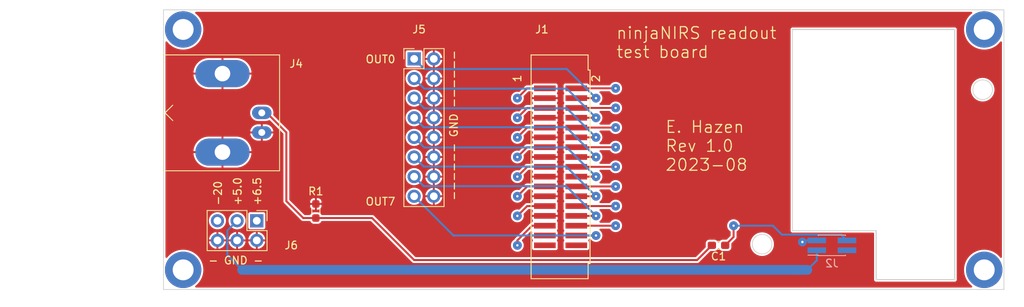
<source format=kicad_pcb>
(kicad_pcb (version 20221018) (generator pcbnew)
  (layers (0 "F.Cu" signal) (1 "In1.Cu" signal) (2 "In2.Cu" signal) (31 "B.Cu" signal) (34 "B.Paste" user) (35 "F.Paste" user) (36 "B.SilkS" user "B.Silkscreen") (37 "F.SilkS" user "F.Silkscreen") (38 "B.Mask" user) (39 "F.Mask" user) (44 "Edge.Cuts" user))
  (net 0 "")
  (net 1 "Net-(J2-Pin_4)")
  (net 2 "Net-(J4-In)")
  (net 3 "/+6.5V")
  (net 4 "/-20V")
  (net 5 "GND")
  (net 6 "/OUT_0")
  (net 7 "/OUT_1")
  (net 8 "/OUT_2")
  (net 9 "/OUT_3")
  (net 10 "/OUT_4")
  (net 11 "/OUT_5")
  (net 12 "/OUT_6")
  (net 13 "/OUT_7")
  (net 16 "/+5V")
  (footprint "MountingHole:MountingHole_2.7mm_M2.5_DIN965_Pad" (layer "F.Cu") (at 172.085 53.975)
    (fp_text reference "H4" hide)
    (fp_text value "MountingHole")
    (pad "1" thru_hole circle (at 0 0) (size 4.7 4.7) (drill 2.7) (layers "*.Cu" "*.Mask"))
  )
  (footprint "Connector_PinHeader_2.54mm:PinHeader_2x08_P2.54mm_Vertical" (layer "F.Cu") (at 98.425 26.67)
    (fp_text reference "J5" (at 0.635 -3.81) (layer "F.SilkS"))
    (fp_text value "Conn_02x08_Odd_Even")
    (fp_line (start -1.33 -1.33) (end 0 -1.33) (stroke (width 0.12)) (layer "F.SilkS"))
    (fp_line (start -1.33 0) (end -1.33 -1.33) (stroke (width 0.12)) (layer "F.SilkS"))
    (fp_line (start -1.33 1.27) (end -1.33 19.11) (stroke (width 0.12)) (layer "F.SilkS"))
    (fp_line (start -1.33 1.27) (end 1.27 1.27) (stroke (width 0.12)) (layer "F.SilkS"))
    (fp_line (start -1.33 19.11) (end 3.87 19.11) (stroke (width 0.12)) (layer "F.SilkS"))
    (fp_line (start 1.27 -1.33) (end 3.87 -1.33) (stroke (width 0.12)) (layer "F.SilkS"))
    (fp_line (start 1.27 1.27) (end 1.27 -1.33) (stroke (width 0.12)) (layer "F.SilkS"))
    (fp_line (start 3.87 -1.33) (end 3.87 19.11) (stroke (width 0.12)) (layer "F.SilkS"))
    (pad "1" thru_hole rect (at 0 0) (size 1.7 1.7) (drill 1) (layers "*.Cu" "*.Mask") (net 6 "/OUT_0"))
    (pad "2" thru_hole oval (at 2.54 0) (size 1.7 1.7) (drill 1) (layers "*.Cu" "*.Mask") (net 5 "GND"))
    (pad "3" thru_hole oval (at 0 2.54) (size 1.7 1.7) (drill 1) (layers "*.Cu" "*.Mask") (net 7 "/OUT_1"))
    (pad "4" thru_hole oval (at 2.54 2.54) (size 1.7 1.7) (drill 1) (layers "*.Cu" "*.Mask") (net 5 "GND"))
    (pad "5" thru_hole oval (at 0 5.08) (size 1.7 1.7) (drill 1) (layers "*.Cu" "*.Mask") (net 8 "/OUT_2"))
    (pad "6" thru_hole oval (at 2.54 5.08) (size 1.7 1.7) (drill 1) (layers "*.Cu" "*.Mask") (net 5 "GND"))
    (pad "7" thru_hole oval (at 0 7.62) (size 1.7 1.7) (drill 1) (layers "*.Cu" "*.Mask") (net 9 "/OUT_3"))
    (pad "8" thru_hole oval (at 2.54 7.62) (size 1.7 1.7) (drill 1) (layers "*.Cu" "*.Mask") (net 5 "GND"))
    (pad "9" thru_hole oval (at 0 10.16) (size 1.7 1.7) (drill 1) (layers "*.Cu" "*.Mask") (net 10 "/OUT_4"))
    (pad "10" thru_hole oval (at 2.54 10.16) (size 1.7 1.7) (drill 1) (layers "*.Cu" "*.Mask") (net 5 "GND"))
    (pad "11" thru_hole oval (at 0 12.7) (size 1.7 1.7) (drill 1) (layers "*.Cu" "*.Mask") (net 11 "/OUT_5"))
    (pad "12" thru_hole oval (at 2.54 12.7) (size 1.7 1.7) (drill 1) (layers "*.Cu" "*.Mask") (net 5 "GND"))
    (pad "13" thru_hole oval (at 0 15.24) (size 1.7 1.7) (drill 1) (layers "*.Cu" "*.Mask") (net 12 "/OUT_6"))
    (pad "14" thru_hole oval (at 2.54 15.24) (size 1.7 1.7) (drill 1) (layers "*.Cu" "*.Mask") (net 5 "GND"))
    (pad "15" thru_hole oval (at 0 17.78) (size 1.7 1.7) (drill 1) (layers "*.Cu" "*.Mask") (net 13 "/OUT_7"))
    (pad "16" thru_hole oval (at 2.54 17.78) (size 1.7 1.7) (drill 1) (layers "*.Cu" "*.Mask") (net 5 "GND"))
  )
  (footprint "Resistor_SMD:R_0603_1608Metric_Pad0.98x0.95mm_HandSolder" (layer "F.Cu") (at 85.725 46.355 90)
    (fp_text reference "R1" (at 2.54 0 180) (layer "F.SilkS"))
    (fp_text value "R_US")
    (fp_line (start -0.254724 -0.5225) (end 0.254724 -0.5225) (stroke (width 0.12)) (layer "F.SilkS"))
    (fp_line (start -0.254724 0.5225) (end 0.254724 0.5225) (stroke (width 0.12)) (layer "F.SilkS"))
    (pad "1" smd roundrect (at -0.9125 0 90) (size 0.975 0.95) (layers "F.Cu" "F.Paste" "F.Mask") (net 2 "Net-(J4-In)"))
    (pad "2" smd roundrect (at 0.9125 0 90) (size 0.975 0.95) (layers "F.Cu" "F.Paste" "F.Mask") (net 5 "GND"))
  )
  (footprint "samtec:SHF-117-01-X-D-SM" (layer "F.Cu") (at 117.348 40.64 -90)
    (fp_text reference "J1" (at -17.78 2.413 -180) (layer "F.SilkS") (effects (font (size 1.001087 1.001087))))
    (fp_text value "Conn_02x17_Odd_Even")
    (fp_text user "2" (at -11.4316 -4.57263 90) (layer "F.SilkS") (effects (font (size 1.000142 1.000142))))
    (fp_text user "1" (at -11.4333 5.58962 90) (layer "F.SilkS") (effects (font (size 1.000291 1.000291))))
    (fp_line (start -14.478 -3.556) (end -12.5222 -3.556) (stroke (width 0.127)) (layer "F.SilkS"))
    (fp_line (start -14.478 3.81) (end -14.478 -3.556) (stroke (width 0.127)) (layer "F.SilkS"))
    (fp_line (start -12.5222 -3.81) (end 12.5222 -3.81) (stroke (width 0.127)) (layer "F.SilkS"))
    (fp_line (start -12.5222 -3.556) (end -12.5222 -3.81) (stroke (width 0.127)) (layer "F.SilkS"))
    (fp_line (start 12.5222 -3.81) (end 12.5222 -3.556) (stroke (width 0.127)) (layer "F.SilkS"))
    (fp_line (start 12.5222 -3.556) (end 14.478 -3.556) (stroke (width 0.127)) (layer "F.SilkS"))
    (fp_line (start 14.478 -3.556) (end 14.478 3.81) (stroke (width 0.127)) (layer "F.SilkS"))
    (fp_line (start 14.478 3.81) (end -14.478 3.81) (stroke (width 0.127)) (layer "F.SilkS"))
    (pad "1" smd rect (at -10.16 2.032 270) (size 0.7366 2.794) (layers "F.Cu" "F.Paste" "F.Mask") (net 3 "/+6.5V"))
    (pad "2" smd rect (at -10.16 -2.032 270) (size 0.7366 2.794) (layers "F.Cu" "F.Paste" "F.Mask") (net 4 "/-20V"))
    (pad "3" smd rect (at -8.89 2.032 270) (size 0.7366 2.794) (layers "F.Cu" "F.Paste" "F.Mask") (net 5 "GND"))
    (pad "4" smd rect (at -8.89 -2.032 270) (size 0.7366 2.794) (layers "F.Cu" "F.Paste" "F.Mask") (net 6 "/OUT_0"))
    (pad "5" smd rect (at -7.62 2.032 270) (size 0.7366 2.794) (layers "F.Cu" "F.Paste" "F.Mask") (net 3 "/+6.5V"))
    (pad "6" smd rect (at -7.62 -2.032 270) (size 0.7366 2.794) (layers "F.Cu" "F.Paste" "F.Mask") (net 4 "/-20V"))
    (pad "7" smd rect (at -6.35 2.032 270) (size 0.7366 2.794) (layers "F.Cu" "F.Paste" "F.Mask") (net 5 "GND"))
    (pad "8" smd rect (at -6.35 -2.032 270) (size 0.7366 2.794) (layers "F.Cu" "F.Paste" "F.Mask") (net 7 "/OUT_1"))
    (pad "9" smd rect (at -5.08 2.032 270) (size 0.7366 2.794) (layers "F.Cu" "F.Paste" "F.Mask") (net 3 "/+6.5V"))
    (pad "10" smd rect (at -5.08 -2.032 270) (size 0.7366 2.794) (layers "F.Cu" "F.Paste" "F.Mask") (net 4 "/-20V"))
    (pad "11" smd rect (at -3.81 2.032 270) (size 0.7366 2.794) (layers "F.Cu" "F.Paste" "F.Mask") (net 5 "GND"))
    (pad "12" smd rect (at -3.81 -2.032 270) (size 0.7366 2.794) (layers "F.Cu" "F.Paste" "F.Mask") (net 8 "/OUT_2"))
    (pad "13" smd rect (at -2.54 2.032 270) (size 0.7366 2.794) (layers "F.Cu" "F.Paste" "F.Mask") (net 3 "/+6.5V"))
    (pad "14" smd rect (at -2.54 -2.032 270) (size 0.7366 2.794) (layers "F.Cu" "F.Paste" "F.Mask") (net 4 "/-20V"))
    (pad "15" smd rect (at -1.27 2.032 270) (size 0.7366 2.794) (layers "F.Cu" "F.Paste" "F.Mask") (net 5 "GND"))
    (pad "16" smd rect (at -1.27 -2.032 270) (size 0.7366 2.794) (layers "F.Cu" "F.Paste" "F.Mask") (net 9 "/OUT_3"))
    (pad "17" smd rect (at 0 2.032 270) (size 0.7366 2.794) (layers "F.Cu" "F.Paste" "F.Mask") (net 3 "/+6.5V"))
    (pad "18" smd rect (at 0 -2.032 270) (size 0.7366 2.794) (layers "F.Cu" "F.Paste" "F.Mask") (net 4 "/-20V"))
    (pad "19" smd rect (at 1.27 2.032 270) (size 0.7366 2.794) (layers "F.Cu" "F.Paste" "F.Mask") (net 5 "GND"))
    (pad "20" smd rect (at 1.27 -2.032 270) (size 0.7366 2.794) (layers "F.Cu" "F.Paste" "F.Mask") (net 10 "/OUT_4"))
    (pad "21" smd rect (at 2.54 2.032 270) (size 0.7366 2.794) (layers "F.Cu" "F.Paste" "F.Mask") (net 3 "/+6.5V"))
    (pad "22" smd rect (at 2.54 -2.032 270) (size 0.7366 2.794) (layers "F.Cu" "F.Paste" "F.Mask") (net 4 "/-20V"))
    (pad "23" smd rect (at 3.81 2.032 270) (size 0.7366 2.794) (layers "F.Cu" "F.Paste" "F.Mask") (net 5 "GND"))
    (pad "24" smd rect (at 3.81 -2.032 270) (size 0.7366 2.794) (layers "F.Cu" "F.Paste" "F.Mask") (net 11 "/OUT_5"))
    (pad "25" smd rect (at 5.08 2.032 270) (size 0.7366 2.794) (layers "F.Cu" "F.Paste" "F.Mask") (net 3 "/+6.5V"))
    (pad "26" smd rect (at 5.08 -2.032 270) (size 0.7366 2.794) (layers "F.Cu" "F.Paste" "F.Mask") (net 4 "/-20V"))
    (pad "27" smd rect (at 6.35 2.032 270) (size 0.7366 2.794) (layers "F.Cu" "F.Paste" "F.Mask") (net 5 "GND"))
    (pad "28" smd rect (at 6.35 -2.032 270) (size 0.7366 2.794) (layers "F.Cu" "F.Paste" "F.Mask") (net 12 "/OUT_6"))
    (pad "29" smd rect (at 7.62 2.032 270) (size 0.7366 2.794) (layers "F.Cu" "F.Paste" "F.Mask") (net 3 "/+6.5V"))
    (pad "30" smd rect (at 7.62 -2.032 270) (size 0.7366 2.794) (layers "F.Cu" "F.Paste" "F.Mask") (net 4 "/-20V"))
    (pad "31" smd rect (at 8.89 2.032 270) (size 0.7366 2.794) (layers "F.Cu" "F.Paste" "F.Mask") (net 5 "GND"))
    (pad "32" smd rect (at 8.89 -2.032 270) (size 0.7366 2.794) (layers "F.Cu" "F.Paste" "F.Mask") (net 13 "/OUT_7"))
    (pad "33" smd rect (at 10.16 2.032 270) (size 0.7366 2.794) (layers "F.Cu" "F.Paste" "F.Mask"))
    (pad "34" smd rect (at 10.16 -2.032 270) (size 0.7366 2.794) (layers "F.Cu" "F.Paste" "F.Mask"))
  )
  (footprint "Connector_PinHeader_2.54mm:PinHeader_2x03_P2.54mm_Vertical" (layer "F.Cu") (at 78.09 47.62 -90)
    (fp_text reference "J6" (at 3.18 -4.46 -180) (layer "F.SilkS"))
    (fp_text value "Conn_02x03_Odd_Even")
    (fp_line (start -1.33 -1.33) (end 0 -1.33) (stroke (width 0.12)) (layer "F.SilkS"))
    (fp_line (start -1.33 0) (end -1.33 -1.33) (stroke (width 0.12)) (layer "F.SilkS"))
    (fp_line (start -1.33 1.27) (end -1.33 6.41) (stroke (width 0.12)) (layer "F.SilkS"))
    (fp_line (start -1.33 1.27) (end 1.27 1.27) (stroke (width 0.12)) (layer "F.SilkS"))
    (fp_line (start -1.33 6.41) (end 3.87 6.41) (stroke (width 0.12)) (layer "F.SilkS"))
    (fp_line (start 1.27 -1.33) (end 3.87 -1.33) (stroke (width 0.12)) (layer "F.SilkS"))
    (fp_line (start 1.27 1.27) (end 1.27 -1.33) (stroke (width 0.12)) (layer "F.SilkS"))
    (fp_line (start 3.87 -1.33) (end 3.87 6.41) (stroke (width 0.12)) (layer "F.SilkS"))
    (pad "1" thru_hole rect (at 0 0 270) (size 1.7 1.7) (drill 1) (layers "*.Cu" "*.Mask") (net 3 "/+6.5V"))
    (pad "2" thru_hole oval (at 2.54 0 270) (size 1.7 1.7) (drill 1) (layers "*.Cu" "*.Mask") (net 5 "GND"))
    (pad "3" thru_hole oval (at 0 2.54 270) (size 1.7 1.7) (drill 1) (layers "*.Cu" "*.Mask") (net 16 "/+5V"))
    (pad "4" thru_hole oval (at 2.54 2.54 270) (size 1.7 1.7) (drill 1) (layers "*.Cu" "*.Mask") (net 5 "GND"))
    (pad "5" thru_hole oval (at 0 5.08 270) (size 1.7 1.7) (drill 1) (layers "*.Cu" "*.Mask") (net 4 "/-20V"))
    (pad "6" thru_hole oval (at 2.54 5.08 270) (size 1.7 1.7) (drill 1) (layers "*.Cu" "*.Mask") (net 5 "GND"))
  )
  (footprint "MountingHole:MountingHole_2.7mm_M2.5_DIN965_Pad" (layer "F.Cu") (at 68.58 53.975)
    (fp_text reference "H3" hide)
    (fp_text value "MountingHole")
    (pad "1" thru_hole circle (at 0 0) (size 4.7 4.7) (drill 2.7) (layers "*.Cu" "*.Mask"))
  )
  (footprint "MountingHole:MountingHole_2.7mm_M2.5_DIN965_Pad" (layer "F.Cu") (at 68.58 22.86)
    (fp_text reference "H1" hide)
    (fp_text value "MountingHole")
    (pad "1" thru_hole circle (at 0 0) (size 4.7 4.7) (drill 2.7) (layers "*.Cu" "*.Mask"))
  )
  (footprint "MountingHole:MountingHole_2.7mm_M2.5_DIN965_Pad" (layer "F.Cu") (at 172.085 22.86)
    (fp_text reference "H2" hide)
    (fp_text value "MountingHole")
    (pad "1" thru_hole circle (at 0 0) (size 4.7 4.7) (drill 2.7) (layers "*.Cu" "*.Mask"))
  )
  (footprint "Capacitor_SMD:C_0603_1608Metric_Pad1.08x0.95mm_HandSolder" (layer "F.Cu") (at 137.755 50.8 180)
    (fp_text reference "C1" (at 0 -1.43 180) (layer "F.SilkS"))
    (fp_text value "10pF")
    (fp_line (start -0.146267 -0.51) (end 0.146267 -0.51) (stroke (width 0.12)) (layer "F.SilkS"))
    (fp_line (start -0.146267 0.51) (end 0.146267 0.51) (stroke (width 0.12)) (layer "F.SilkS"))
    (pad "1" smd roundrect (at -0.8625 0 180) (size 1.075 0.95) (layers "F.Cu" "F.Paste" "F.Mask") (net 1 "Net-(J2-Pin_4)"))
    (pad "2" smd roundrect (at 0.8625 0 180) (size 1.075 0.95) (layers "F.Cu" "F.Paste" "F.Mask") (net 2 "Net-(J4-In)"))
  )
  (footprint "BNC:BNC_Amphenol_B6252HB-NPP3G-50_Horizontal" (layer "F.Cu") (at 78.74 33.655 90)
    (fp_text reference "J4" (at 6.35 4.445 180) (layer "F.SilkS"))
    (fp_text value "Conn_Coaxial")
    (fp_line (start -7.5 -12.7) (end 7.5 -12.7) (stroke (width 0.12)) (layer "F.SilkS"))
    (fp_line (start -7.5 2.3) (end -7.5 -12.7) (stroke (width 0.12)) (layer "F.SilkS"))
    (fp_line (start 0 -12.5) (end -1 -11.5) (stroke (width 0.12)) (layer "F.SilkS"))
    (fp_line (start 0 -12.5) (end 1 -11.5) (stroke (width 0.12)) (layer "F.SilkS"))
    (fp_line (start 7.5 -12.7) (end 7.5 2.3) (stroke (width 0.12)) (layer "F.SilkS"))
    (fp_line (start 7.5 2.3) (end -7.5 2.3) (stroke (width 0.12)) (layer "F.SilkS"))
    (pad "1" thru_hole oval (at 0 0 90) (size 1.6 2.5) (drill 0.89) (layers "*.Cu" "*.Mask") (net 2 "Net-(J4-In)"))
    (pad "2" thru_hole oval (at -5.08 -5.08 90) (size 3.5 7) (drill 2.01) (layers "*.Cu" "*.Mask") (net 5 "GND"))
    (pad "2" thru_hole oval (at -2.54 0 90) (size 1.6 2.5) (drill 0.89) (layers "*.Cu" "*.Mask") (net 5 "GND"))
    (pad "2" thru_hole oval (at 5.08 -5.08 90) (size 3.5 7) (drill 2.01) (layers "*.Cu" "*.Mask") (net 5 "GND"))
  )
  (footprint "Connector_PinHeader_1.27mm:PinHeader_2x02_P1.27mm_Vertical_SMD" (layer "B.Cu") (at 152.4 50.8)
    (fp_text reference "J2" (at 0 2.33) (layer "B.SilkS") (effects (justify mirror)))
    (fp_text value "Conn_02x02_Odd_Even")
    (fp_line (start -3.09 1.265) (end -1.765 1.265) (stroke (width 0.12)) (layer "B.SilkS"))
    (fp_line (start -1.765 -1.33) (end 1.765 -1.33) (stroke (width 0.12)) (layer "B.SilkS"))
    (fp_line (start -1.765 -1.265) (end -1.765 -1.33) (stroke (width 0.12)) (layer "B.SilkS"))
    (fp_line (start -1.765 1.33) (end -1.765 1.265) (stroke (width 0.12)) (layer "B.SilkS"))
    (fp_line (start -1.765 1.33) (end 1.765 1.33) (stroke (width 0.12)) (layer "B.SilkS"))
    (fp_line (start 1.765 -1.265) (end 1.765 -1.33) (stroke (width 0.12)) (layer "B.SilkS"))
    (fp_line (start 1.765 1.33) (end 1.765 1.265) (stroke (width 0.12)) (layer "B.SilkS"))
    (pad "1" smd rect (at -1.95 0.635) (size 2.4 0.74) (layers "B.Cu" "B.Paste" "B.Mask") (net 16 "/+5V"))
    (pad "2" smd rect (at 1.95 0.635) (size 2.4 0.74) (layers "B.Cu" "B.Paste" "B.Mask"))
    (pad "3" smd rect (at -1.95 -0.635) (size 2.4 0.74) (layers "B.Cu" "B.Paste" "B.Mask") (net 5 "GND"))
    (pad "4" smd rect (at 1.95 -0.635) (size 2.4 0.74) (layers "B.Cu" "B.Paste" "B.Mask") (net 1 "Net-(J2-Pin_4)"))
  )
  (gr_line (start 147.32 22.86) (end 168.275 22.86) (stroke (width 0.15)) (layer "Edge.Cuts"))
  (gr_line (start 66.04 56.515) (end 66.04 20.32) (stroke (width 0.1)) (layer "Edge.Cuts"))
  (gr_line (start 174.625 56.515) (end 66.04 56.515) (stroke (width 0.1)) (layer "Edge.Cuts"))
  (gr_line (start 168.275 55.245) (end 158.115 55.245) (stroke (width 0.15)) (layer "Edge.Cuts"))
  (gr_line (start 158.115 48.895) (end 147.32 48.895) (stroke (width 0.1)) (layer "Edge.Cuts"))
  (gr_circle (center 143.383 50.6476) (end 144.653 50.6476) (stroke (width 0.1)) (fill none) (layer "Edge.Cuts"))
  (gr_line (start 158.115 55.245) (end 158.115 48.895) (stroke (width 0.15)) (layer "Edge.Cuts"))
  (gr_line (start 66.04 20.32) (end 174.625 20.32) (stroke (width 0.1)) (layer "Edge.Cuts"))
  (gr_line (start 147.32 48.895) (end 147.32 22.86) (stroke (width 0.1)) (layer "Edge.Cuts"))
  (gr_line (start 174.625 20.32) (end 174.625 56.515) (stroke (width 0.1)) (layer "Edge.Cuts"))
  (gr_line (start 168.275 22.86) (end 168.275 55.245) (stroke (width 0.15)) (layer "Edge.Cuts"))
  (gr_circle (center 171.8818 30.6578) (end 173.1518 30.6578) (stroke (width 0.1)) (fill none) (layer "Edge.Cuts"))
  (gr_text "OUT0" (at 92.075 27.305) (layer "F.SilkS") (effects (font (size 1 1)) (justify left bottom)))
  (gr_text "- GND -" (at 71.755 53.34) (layer "F.SilkS") (effects (font (size 1 1)) (justify left bottom)))
  (gr_text "ninjaNIRS readout\ntest board" (at 124.46 26.67) (layer "F.SilkS") (effects (font (size 1.524 1.524)) (justify left bottom)))
  (gr_text "+6.5" (at 78.74 45.72 90) (layer "F.SilkS") (effects (font (size 1 1)) (justify left bottom)))
  (gr_text "+5.0" (at 76.2 45.72 90) (layer "F.SilkS") (effects (font (size 1 1)) (justify left bottom)))
  (gr_text "------ GND ------" (at 104.14 45.085 90) (layer "F.SilkS") (effects (font (size 1 1)) (justify left bottom)))
  (gr_text "E. Hazen\nRev 1.0\n2023-08" (at 130.81 41.275) (layer "F.SilkS") (effects (font (size 1.524 1.524)) (justify left bottom)))
  (gr_text "OUT7" (at 92.075 45.72) (layer "F.SilkS") (effects (font (size 1 1)) (justify left bottom)))
  (gr_text "-20" (at 73.66 45.72 90) (layer "F.SilkS") (effects (font (size 1 1)) (justify left bottom)))
  (segment (start 139.7 49.7175) (end 138.6175 50.8) (width 0.254) (layer "F.Cu") (net 1))
  (segment (start 139.7 48.26) (end 139.7 49.7175) (width 0.254) (layer "F.Cu") (net 1))
  (via (at 139.7 48.26) (size 1.143) (drill 0.3048) (layers "F.Cu" "B.Cu") (net 1))
  (segment (start 144.78 48.26) (end 139.7 48.26) (width 0.254) (layer "B.Cu") (net 1))
  (segment (start 153.599 49.414) (end 145.934 49.414) (width 0.254) (layer "B.Cu") (net 1))
  (segment (start 145.934 49.414) (end 144.78 48.26) (width 0.254) (layer "B.Cu") (net 1))
  (segment (start 154.35 50.165) (end 153.599 49.414) (width 0.254) (layer "B.Cu") (net 1))
  (segment (start 81.915 45.085) (end 84.0975 47.2675) (width 0.254) (layer "F.Cu") (net 2))
  (segment (start 84.0975 47.2675) (end 85.725 47.2675) (width 0.254) (layer "F.Cu") (net 2))
  (segment (start 79.375 33.655) (end 81.915 36.195) (width 0.254) (layer "F.Cu") (net 2))
  (segment (start 92.9875 47.2675) (end 98.425 52.705) (width 0.254) (layer "F.Cu") (net 2))
  (segment (start 78.74 33.655) (end 79.375 33.655) (width 0.254) (layer "F.Cu") (net 2))
  (segment (start 85.725 47.2675) (end 92.9875 47.2675) (width 0.254) (layer "F.Cu") (net 2))
  (segment (start 134.9875 52.705) (end 136.8925 50.8) (width 0.254) (layer "F.Cu") (net 2))
  (segment (start 98.425 52.705) (end 134.9875 52.705) (width 0.254) (layer "F.Cu") (net 2))
  (segment (start 81.915 36.195) (end 81.915 45.085) (width 0.254) (layer "F.Cu") (net 2))
  (segment (start 113.03 43.18) (end 111.76 44.45) (width 0.254) (layer "F.Cu") (net 3))
  (segment (start 115.316 43.18) (end 113.03 43.18) (width 0.254) (layer "F.Cu") (net 3))
  (segment (start 113.03 33.02) (end 111.76 34.29) (width 0.254) (layer "F.Cu") (net 3))
  (segment (start 113.03 38.1) (end 111.76 39.37) (width 0.254) (layer "F.Cu") (net 3))
  (segment (start 113.03 40.64) (end 111.76 41.91) (width 0.254) (layer "F.Cu") (net 3))
  (segment (start 115.316 35.56) (end 113.03 35.56) (width 0.254) (layer "F.Cu") (net 3))
  (segment (start 115.316 48.26) (end 113.665 48.26) (width 0.254) (layer "F.Cu") (net 3))
  (segment (start 115.316 30.48) (end 113.03 30.48) (width 0.254) (layer "F.Cu") (net 3))
  (segment (start 115.316 33.02) (end 113.03 33.02) (width 0.254) (layer "F.Cu") (net 3))
  (segment (start 111.76 50.165) (end 111.76 50.8) (width 0.254) (layer "F.Cu") (net 3))
  (segment (start 113.03 45.72) (end 111.76 46.99) (width 0.254) (layer "F.Cu") (net 3))
  (segment (start 113.665 48.26) (end 111.76 50.165) (width 0.254) (layer "F.Cu") (net 3))
  (segment (start 113.03 35.56) (end 111.76 36.83) (width 0.254) (layer "F.Cu") (net 3))
  (segment (start 115.316 40.64) (end 113.03 40.64) (width 0.254) (layer "F.Cu") (net 3))
  (segment (start 115.316 38.1) (end 113.03 38.1) (width 0.254) (layer "F.Cu") (net 3))
  (segment (start 113.03 30.48) (end 111.76 31.75) (width 0.254) (layer "F.Cu") (net 3))
  (segment (start 115.316 45.72) (end 113.03 45.72) (width 0.254) (layer "F.Cu") (net 3))
  (via (at 111.76 34.29) (size 1.143) (drill 0.3048) (layers "F.Cu" "B.Cu") (net 3))
  (via (at 111.76 46.99) (size 1.143) (drill 0.3048) (layers "F.Cu" "B.Cu") (net 3))
  (via (at 111.76 44.45) (size 1.143) (drill 0.3048) (layers "F.Cu" "B.Cu") (net 3))
  (via (at 111.76 39.37) (size 1.143) (drill 0.3048) (layers "F.Cu" "B.Cu") (net 3))
  (via (at 111.76 31.75) (size 1.143) (drill 0.3048) (layers "F.Cu" "B.Cu") (net 3))
  (via (at 111.76 50.8) (size 1.143) (drill 0.3048) (layers "F.Cu" "B.Cu") (net 3))
  (via (at 111.76 36.83) (size 1.143) (drill 0.3048) (layers "F.Cu" "B.Cu") (net 3))
  (via (at 111.76 41.91) (size 1.143) (drill 0.3048) (layers "F.Cu" "B.Cu") (net 3))
  (segment (start 119.38 30.48) (end 124.46 30.48) (width 0.254) (layer "F.Cu") (net 4))
  (segment (start 119.38 38.1) (end 124.46 38.1) (width 0.254) (layer "F.Cu") (net 4))
  (segment (start 119.38 45.72) (end 124.46 45.72) (width 0.254) (layer "F.Cu") (net 4))
  (segment (start 119.38 40.64) (end 124.46 40.64) (width 0.254) (layer "F.Cu") (net 4))
  (segment (start 119.38 33.02) (end 124.46 33.02) (width 0.254) (layer "F.Cu") (net 4))
  (segment (start 119.38 35.56) (end 124.46 35.56) (width 0.254) (layer "F.Cu") (net 4))
  (segment (start 119.38 48.26) (end 124.46 48.26) (width 0.254) (layer "F.Cu") (net 4))
  (segment (start 119.38 43.18) (end 124.46 43.18) (width 0.254) (layer "F.Cu") (net 4))
  (via (at 124.46 35.56) (size 1.143) (drill 0.3048) (layers "F.Cu" "B.Cu") (net 4))
  (via (at 124.46 33.02) (size 1.143) (drill 0.3048) (layers "F.Cu" "B.Cu") (net 4))
  (via (at 124.46 38.1) (size 1.143) (drill 0.3048) (layers "F.Cu" "B.Cu") (net 4))
  (via (at 124.46 43.18) (size 1.143) (drill 0.3048) (layers "F.Cu" "B.Cu") (net 4))
  (via (at 124.46 45.72) (size 1.143) (drill 0.3048) (layers "F.Cu" "B.Cu") (net 4))
  (via (at 124.46 48.26) (size 1.143) (drill 0.3048) (layers "F.Cu" "B.Cu") (net 4))
  (via (at 124.46 40.64) (size 1.143) (drill 0.3048) (layers "F.Cu" "B.Cu") (net 4))
  (via (at 124.46 30.48) (size 1.143) (drill 0.3048) (layers "F.Cu" "B.Cu") (net 4))
  (via (at 148.59 50.3665) (size 1.143) (drill 0.3048) (layers "F.Cu" "B.Cu") (net 5))
  (segment (start 148.7915 50.165) (end 148.59 50.3665) (width 0.254) (layer "B.Cu") (net 5))
  (segment (start 150.45 50.165) (end 148.7915 50.165) (width 0.254) (layer "B.Cu") (net 5))
  (segment (start 119.38 31.75) (end 121.92 31.75) (width 0.254) (layer "F.Cu") (net 6))
  (via (at 121.92 31.75) (size 1.143) (drill 0.3048) (layers "F.Cu" "B.Cu") (net 6))
  (segment (start 99.734 27.979) (end 118.149 27.979) (width 0.254) (layer "B.Cu") (net 6))
  (segment (start 118.149 27.979) (end 121.92 31.75) (width 0.254) (layer "B.Cu") (net 6))
  (segment (start 98.425 26.67) (end 99.734 27.979) (width 0.254) (layer "B.Cu") (net 6))
  (segment (start 119.38 34.29) (end 121.92 34.29) (width 0.254) (layer "F.Cu") (net 7))
  (via (at 121.92 34.29) (size 1.143) (drill 0.3048) (layers "F.Cu" "B.Cu") (net 7))
  (segment (start 99.734 30.519) (end 118.149 30.519) (width 0.254) (layer "B.Cu") (net 7))
  (segment (start 118.149 30.519) (end 121.92 34.29) (width 0.254) (layer "B.Cu") (net 7))
  (segment (start 98.425 29.21) (end 99.734 30.519) (width 0.254) (layer "B.Cu") (net 7))
  (segment (start 119.38 36.83) (end 121.92 36.83) (width 0.254) (layer "F.Cu") (net 8))
  (via (at 121.92 36.83) (size 1.143) (drill 0.3048) (layers "F.Cu" "B.Cu") (net 8))
  (segment (start 118.149 33.059) (end 121.92 36.83) (width 0.254) (layer "B.Cu") (net 8))
  (segment (start 99.734 33.059) (end 118.149 33.059) (width 0.254) (layer "B.Cu") (net 8))
  (segment (start 98.425 31.75) (end 99.734 33.059) (width 0.254) (layer "B.Cu") (net 8))
  (segment (start 119.38 39.37) (end 121.92 39.37) (width 0.254) (layer "F.Cu") (net 9))
  (via (at 121.92 39.37) (size 1.143) (drill 0.3048) (layers "F.Cu" "B.Cu") (net 9))
  (segment (start 118.071 35.521) (end 121.92 39.37) (width 0.254) (layer "B.Cu") (net 9))
  (segment (start 99.656 35.521) (end 118.071 35.521) (width 0.254) (layer "B.Cu") (net 9))
  (segment (start 98.425 34.29) (end 99.656 35.521) (width 0.254) (layer "B.Cu") (net 9))
  (segment (start 119.38 41.91) (end 121.92 41.91) (width 0.254) (layer "F.Cu") (net 10))
  (via (at 121.92 41.91) (size 1.143) (drill 0.3048) (layers "F.Cu" "B.Cu") (net 10))
  (segment (start 118.149 38.139) (end 121.92 41.91) (width 0.254) (layer "B.Cu") (net 10))
  (segment (start 99.734 38.139) (end 118.149 38.139) (width 0.254) (layer "B.Cu") (net 10))
  (segment (start 98.425 36.83) (end 99.734 38.139) (width 0.254) (layer "B.Cu") (net 10))
  (segment (start 119.38 44.45) (end 121.92 44.45) (width 0.254) (layer "F.Cu") (net 11))
  (via (at 121.92 44.45) (size 1.143) (drill 0.3048) (layers "F.Cu" "B.Cu") (net 11))
  (segment (start 118.071 40.601) (end 121.92 44.45) (width 0.254) (layer "B.Cu") (net 11))
  (segment (start 98.425 39.37) (end 99.656 40.601) (width 0.254) (layer "B.Cu") (net 11))
  (segment (start 99.656 40.601) (end 118.071 40.601) (width 0.254) (layer "B.Cu") (net 11))
  (segment (start 119.38 46.99) (end 121.92 46.99) (width 0.254) (layer "F.Cu") (net 12))
  (via (at 121.92 46.99) (size 1.143) (drill 0.3048) (layers "F.Cu" "B.Cu") (net 12))
  (segment (start 118.071 43.141) (end 121.92 46.99) (width 0.254) (layer "B.Cu") (net 12))
  (segment (start 98.425 41.91) (end 99.656 43.141) (width 0.254) (layer "B.Cu") (net 12))
  (segment (start 99.656 43.141) (end 118.071 43.141) (width 0.254) (layer "B.Cu") (net 12))
  (segment (start 119.38 49.53) (end 121.92 49.53) (width 0.254) (layer "F.Cu") (net 13))
  (via (at 121.92 49.53) (size 1.143) (drill 0.3048) (layers "F.Cu" "B.Cu") (net 13))
  (segment (start 98.425 44.45) (end 103.505 49.53) (width 0.254) (layer "B.Cu") (net 13))
  (segment (start 103.505 49.53) (end 121.92 49.53) (width 0.254) (layer "B.Cu") (net 13))
  (segment (start 75.55 47.62) (end 74.295 48.875) (width 0.254) (layer "B.Cu") (net 16))
  (segment (start 74.295 52.07) (end 76.2 53.975) (width 0.254) (layer "B.Cu") (net 16))
  (segment (start 74.295 48.875) (end 74.295 52.07) (width 0.254) (layer "B.Cu") (net 16))
  (segment (start 149.225 53.975) (end 147.955 53.975) (width 1.27) (layer "B.Cu") (net 16))
  (segment (start 147.955 53.975) (end 76.2 53.975) (width 1.27) (layer "B.Cu") (net 16))
  (segment (start 150.45 51.435) (end 150.45 52.75) (width 0.254) (layer "B.Cu") (net 16))
  (segment (start 150.45 52.75) (end 149.225 53.975) (width 0.254) (layer "B.Cu") (net 16))
  (zone (net 5) (net_name "GND") (layer "F.Cu") (connect_pads (clearance 0.254)) (min_thickness 0.254) (fill yes (thermal_gap 0.254) (thermal_bridge_width 0.254))
    (polygon (pts (xy 64.77 19.05) (xy 176.53 19.05) (xy 176.53 57.785) (xy 64.77 57.785)))
  )
)
</source>
